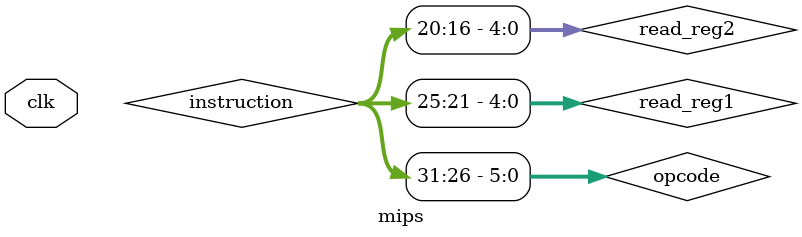
<source format=v>
module mips(clk);
	input clk;

	// reg regWrite;
	reg [31:0] pc;
	wire [31:0] instruction;

	// Instruction memory
	instruction_block im(instruction, pc);

	// Control unit
	wire [2:0] ALUop;
	wire regDst, branch, branchNotEqual, memRead, memWrite, ALUsrc, regWrite, jump, byteOperations, move;
	control_unit cu(regDst, branch, branchNotEqual, memRead, memWrite, ALUop, ALUsrc, regWrite, jump, byteOperations, move, instruction[31:26], clk);

	// Write register mux
	wire [4:0] write_register;
	mux2x1bit5 mux_write_register(write_register, regDst, instruction[20:16], instruction[15:11]);

	// Read registers
	wire [4:0] read_reg1, read_reg2;
	assign read_reg1 = instruction[25:21];
	assign read_reg2 = instruction[20:16];

	// Register file
	wire [31:0] read_data1, read_data2;
	wire [31:0] write_data;
	register_block reg_block(regWrite, read_reg1, read_reg2, read_data1, read_data2, byteOperations, write_register, write_data, clk, regDst);

	// Sign extend
	wire [31:0] sign_extended_immediate;
	sign_extend se(sign_extended_immediate, instruction[15:0]);

	// ALU control
	wire [2:0] alu_ctr;
	alu_control alu_ct(alu_ctr, instruction[5:0], ALUop);

	// ALU input mux
	wire [31:0] alu_input2;
	mux2x1bit32 mux_alu_input2(alu_input2, ALUsrc, read_data2, sign_extended_immediate);

	// ALU
	wire zero, notZero;
	wire [31:0] alu_result;
	alu al(alu_result, zero, read_data1, alu_input2, alu_ctr);
	not notZero1(notZero, zero);

	// Data memory
	wire [31:0] read_data;
	memory_block dm(read_data, byteOperations, alu_result[17:0], read_data2, memRead, memWrite);

	// Write data mux
	mux2x1bit32 mux_write_data(write_data, memRead, alu_result, read_data);



	// BARNCH PART

	// PC + 4
	wire [31:0] pc_plus4;
	adder adder_pc_plus4(pc_plus4, pc, 32'd4);

	// Shift left 2
	wire [31:0] shift_left2;
	shift_left_2 shift_leftx(shift_left2, sign_extended_immediate);

	// PC + 4 + branch address
	wire [31:0] pc_plus_branch_address;
	adder adder_pc_plus_branch_address(pc_plus_branch_address, pc_plus4, shift_left2);

	// Branch AND zero
	wire branch_eq_decision, branch_not_decision;
	and and_branch_decision(branch_eq_decision, branch, zero);
	and and_branch_not_decision(branch_not_decision, branchNotEqual, notZero);
	or or_branch_decision(branch_decision, branch_eq_decision, branch_not_decision);

	// Branch mux
	wire [31:0] branchAddress;
	mux2x1bit32 mux_branch_mux(branchAddress, branch_decision, pc_plus4, pc_plus_branch_address);



	// JUMP PART

	// Shift left 2
	wire [31:0] jump_address;
	shift_left_2 shift_left2_jump(jump_address[27:0], instruction[25:0]);
	assign jump_address[31:28] = pc_plus4[31:28];

	// Jump mux
	wire [31:0] PC_next;
	mux2x1bit32 mux_jump_mux(PC_next, jump, branchAddress, jump_address);



	initial begin
		// regWrite = regWriteWire;
		pc = -4;
	end

	wire [5:0] opcode;
	wire [5:0] funct;
	assign opcode = instruction[31:26];
	assign funct = instruction[5:0];

	always @(posedge clk) begin
		// $display("PC_next: %d", PC_next[8:0]);

		// $display("(pc << 2): ", (pc << 2));
		// $display("(pc << 2) < 16: ", (pc << 2) < 16);


		// if((pc >> 2) < 4) begin
		if (pc == -4)
			pc = 0;
		else
			pc = PC_next;

		$display("\n\n\nPC: %d", pc[16:0]);


	end

	// always @ (regWrite, write_register, write_data) begin
	// 	$display("\n\n\nPC: %d", pc[16:0]);
	// end

	always @(negedge clk) begin

		if(branch == 1'b1 || branchNotEqual == 1'b1)
			$display("branch_decision: %d", branch_decision);
		// $display("zero: %d", zero);
		// $display("alu_result: %d", alu_result);
		// $display("ALUsrc: %d", ALUsrc);
		
		if (regDst == 1'b0 && branch == 1'b0)
			$display("imm = %d", sign_extended_immediate[15:0]);
		
		if (opcode == 6'b000000) begin  // R-type instructions
			if (funct == 6'b000010) $display("add");
			else if (funct == 6'b000011) $display("subtract");
			else if (funct == 6'b000100) $display("and");
			else if (funct == 6'b000101) $display("or");
			else if (funct == 6'b000111) $display("set on less than");
			else if (funct == 6'b001000) $display("jump register");

		end
		else if (opcode == 6'b000010) $display("add immediate");
		else if (opcode == 6'b000011) $display("subtract immediate");
		else if (opcode == 6'b000100) $display("and immediate");
		else if (opcode == 6'b000101) $display("or immediate");
		else if (opcode == 6'b001000) $display("load word");
		else if (opcode == 6'b010000) $display("store word");
		else if (opcode == 6'b001001) $display("load byte");
		else if (opcode == 6'b010001) $display("store byte");
		else if (opcode == 6'b000111) $display("set on less than immediate");
		else if (opcode == 6'b100011) $display("branch on equal");
		else if (opcode == 6'b100111) $display("branch on not equal");
		else if (opcode == 6'b111000) $display("jump");
		else if (opcode == 6'b111001) $display("jump and link");
		else if (opcode == 6'b100000) $display("move");
	end


endmodule
</source>
